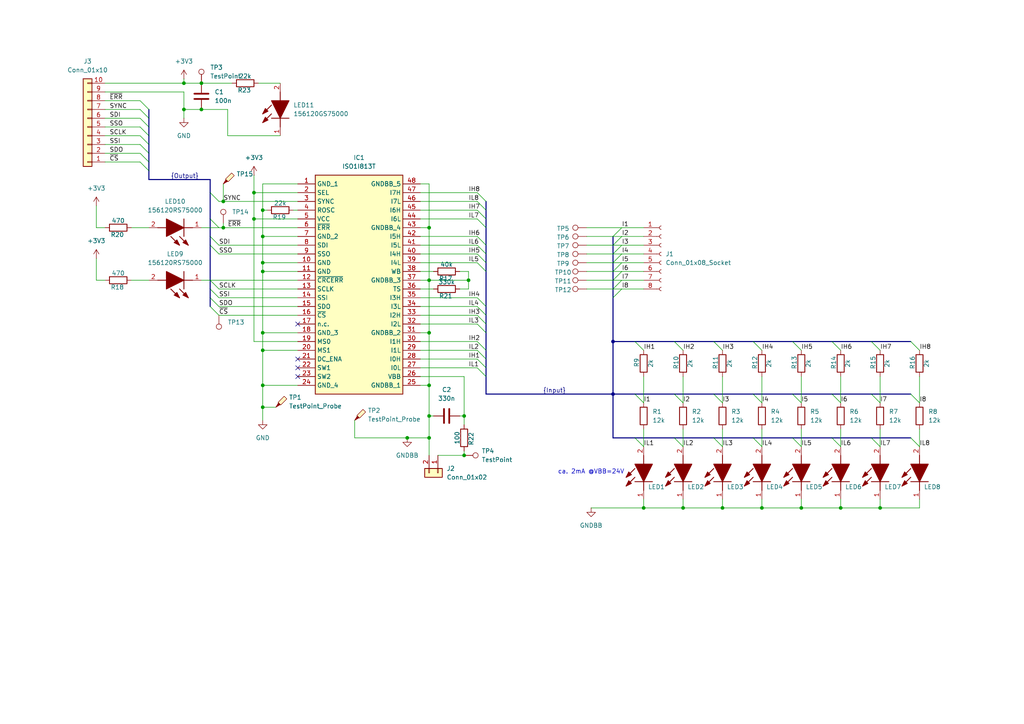
<source format=kicad_sch>
(kicad_sch (version 20250114) (generator "eeschema") (generator_version "9.0")
  (paper "A4")
  (bus_alias "Input" (members "I1" "I2" "I3" "I4" "I5" "I6" "I7" "I8" "IH1" "IH2" "IH3" "IH4" "IH5" "IH6" "IH7" "IH8" "IL1" "IL2" "IL3" "IL4" "IL5" "IL6" "IL7" "IL8"))
  (bus_alias "Output" (members "~{ERR}" "SYNC" "SDI" "SSO" "SCLK" "SSI" "SDO" "~{CS}" "" "" ""))
  (text "ca. 2mA @VBB=24V" (at 171.45 136.906 0) (effects (font (size 1.27 1.27))))
  (junction (at 134.62 120.65))
  (junction (at 243.84 147.32))
  (junction (at 58.42 31.75))
  (junction (at 220.98 147.32))
  (junction (at 64.77 66.04))
  (junction (at 177.8 99.06))
  (junction (at 76.2 76.2))
  (junction (at 177.8 114.3))
  (junction (at 118.11 127))
  (junction (at 134.62 132.08))
  (junction (at 76.2 60.96))
  (junction (at 76.2 118.11))
  (junction (at 53.34 31.75))
  (junction (at 76.2 78.74))
  (junction (at 76.2 68.58))
  (junction (at 76.2 101.6))
  (junction (at 232.41 147.32))
  (junction (at 209.55 147.32))
  (junction (at 53.34 24.13))
  (junction (at 76.2 111.76))
  (junction (at 58.42 24.13))
  (junction (at 124.46 120.65))
  (junction (at 124.46 96.52))
  (junction (at 198.12 147.32))
  (junction (at 124.46 127))
  (junction (at 255.27 147.32))
  (junction (at 64.77 58.42))
  (junction (at 73.66 55.88))
  (junction (at 135.89 81.28))
  (junction (at 124.46 111.76))
  (junction (at 124.46 66.04))
  (junction (at 76.2 96.52))
  (junction (at 186.69 147.32))
  (junction (at 124.46 81.28))
  (junction (at 73.66 63.5))
  (no_connect (at 86.36 109.22))
  (no_connect (at 86.36 106.68))
  (no_connect (at 86.36 104.14))
  (no_connect (at 86.36 93.98))
  (bus_entry (at 241.3 114.3) (size 2.54 2.54))
  (bus_entry (at 60.96 63.5) (size 2.54 2.54))
  (bus_entry (at 195.58 127) (size 2.54 2.54))
  (bus_entry (at 138.43 93.98) (size 2.54 2.54))
  (bus_entry (at 60.96 68.58) (size 2.54 2.54))
  (bus_entry (at 138.43 99.06) (size 2.54 2.54))
  (bus_entry (at 177.8 83.82) (size 2.54 -2.54))
  (bus_entry (at 177.8 86.36) (size 2.54 -2.54))
  (bus_entry (at 138.43 68.58) (size 2.54 2.54))
  (bus_entry (at 195.58 99.06) (size 2.54 2.54))
  (bus_entry (at 218.44 127) (size 2.54 2.54))
  (bus_entry (at 184.15 99.06) (size 2.54 2.54))
  (bus_entry (at 184.15 127) (size 2.54 2.54))
  (bus_entry (at 177.8 78.74) (size 2.54 -2.54))
  (bus_entry (at 241.3 99.06) (size 2.54 2.54))
  (bus_entry (at 252.73 114.3) (size 2.54 2.54))
  (bus_entry (at 229.87 114.3) (size 2.54 2.54))
  (bus_entry (at 40.64 29.21) (size 2.54 2.54))
  (bus_entry (at 138.43 71.12) (size 2.54 2.54))
  (bus_entry (at 138.43 73.66) (size 2.54 2.54))
  (bus_entry (at 195.58 114.3) (size 2.54 2.54))
  (bus_entry (at 252.73 127) (size 2.54 2.54))
  (bus_entry (at 60.96 83.82) (size 2.54 2.54))
  (bus_entry (at 207.01 114.3) (size 2.54 2.54))
  (bus_entry (at 177.8 71.12) (size 2.54 -2.54))
  (bus_entry (at 229.87 99.06) (size 2.54 2.54))
  (bus_entry (at 60.96 81.28) (size 2.54 2.54))
  (bus_entry (at 138.43 106.68) (size 2.54 2.54))
  (bus_entry (at 177.8 81.28) (size 2.54 -2.54))
  (bus_entry (at 184.15 114.3) (size 2.54 2.54))
  (bus_entry (at 138.43 88.9) (size 2.54 2.54))
  (bus_entry (at 229.87 127) (size 2.54 2.54))
  (bus_entry (at 138.43 104.14) (size 2.54 2.54))
  (bus_entry (at 138.43 58.42) (size 2.54 2.54))
  (bus_entry (at 252.73 99.06) (size 2.54 2.54))
  (bus_entry (at 138.43 91.44) (size 2.54 2.54))
  (bus_entry (at 40.64 46.99) (size 2.54 2.54))
  (bus_entry (at 40.64 41.91) (size 2.54 2.54))
  (bus_entry (at 138.43 76.2) (size 2.54 2.54))
  (bus_entry (at 138.43 63.5) (size 2.54 2.54))
  (bus_entry (at 40.64 39.37) (size 2.54 2.54))
  (bus_entry (at 218.44 114.3) (size 2.54 2.54))
  (bus_entry (at 264.16 99.06) (size 2.54 2.54))
  (bus_entry (at 60.96 71.12) (size 2.54 2.54))
  (bus_entry (at 40.64 44.45) (size 2.54 2.54))
  (bus_entry (at 177.8 73.66) (size 2.54 -2.54))
  (bus_entry (at 207.01 127) (size 2.54 2.54))
  (bus_entry (at 264.16 114.3) (size 2.54 2.54))
  (bus_entry (at 218.44 99.06) (size 2.54 2.54))
  (bus_entry (at 177.8 68.58) (size 2.54 -2.54))
  (bus_entry (at 138.43 101.6) (size 2.54 2.54))
  (bus_entry (at 264.16 127) (size 2.54 2.54))
  (bus_entry (at 40.64 36.83) (size 2.54 2.54))
  (bus_entry (at 60.96 88.9) (size 2.54 2.54))
  (bus_entry (at 177.8 76.2) (size 2.54 -2.54))
  (bus_entry (at 40.64 34.29) (size 2.54 2.54))
  (bus_entry (at 138.43 86.36) (size 2.54 2.54))
  (bus_entry (at 60.96 86.36) (size 2.54 2.54))
  (bus_entry (at 241.3 127) (size 2.54 2.54))
  (bus_entry (at 207.01 99.06) (size 2.54 2.54))
  (bus_entry (at 40.64 31.75) (size 2.54 2.54))
  (bus_entry (at 138.43 55.88) (size 2.54 2.54))
  (bus_entry (at 60.96 55.88) (size 2.54 2.54))
  (bus_entry (at 138.43 60.96) (size 2.54 2.54))
  (wire (pts (xy 124.46 66.04) (xy 124.46 81.28)))
  (wire (pts (xy 64.77 66.04) (xy 86.36 66.04)))
  (wire (pts (xy 243.84 147.32) (xy 255.27 147.32)))
  (wire (pts (xy 135.89 83.82) (xy 135.89 81.28)))
  (wire (pts (xy 209.55 109.22) (xy 209.55 116.84)))
  (bus (pts (xy 140.97 106.68) (xy 140.97 109.22)))
  (wire (pts (xy 121.92 66.04) (xy 124.46 66.04)))
  (wire (pts (xy 76.2 76.2) (xy 86.36 76.2)))
  (wire (pts (xy 121.92 86.36) (xy 138.43 86.36)))
  (wire (pts (xy 60.96 81.28) (xy 86.36 81.28)))
  (wire (pts (xy 102.87 127) (xy 118.11 127)))
  (wire (pts (xy 121.92 88.9) (xy 138.43 88.9)))
  (wire (pts (xy 81.28 39.37) (xy 66.04 39.37)))
  (bus (pts (xy 218.44 127) (xy 229.87 127)))
  (bus (pts (xy 60.96 83.82) (xy 60.96 86.36)))
  (wire (pts (xy 58.42 24.13) (xy 67.31 24.13)))
  (wire (pts (xy 27.94 81.28) (xy 30.48 81.28)))
  (wire (pts (xy 266.7 144.78) (xy 266.7 147.32)))
  (bus (pts (xy 140.97 104.14) (xy 140.97 106.68)))
  (wire (pts (xy 180.34 68.58) (xy 186.69 68.58)))
  (wire (pts (xy 30.48 39.37) (xy 40.64 39.37)))
  (wire (pts (xy 121.92 81.28) (xy 124.46 81.28)))
  (bus (pts (xy 252.73 99.06) (xy 264.16 99.06)))
  (wire (pts (xy 76.2 60.96) (xy 76.2 68.58)))
  (wire (pts (xy 63.5 58.42) (xy 64.77 58.42)))
  (wire (pts (xy 74.93 24.13) (xy 81.28 24.13)))
  (wire (pts (xy 177.8 83.82) (xy 180.34 83.82)))
  (bus (pts (xy 140.97 88.9) (xy 140.97 91.44)))
  (bus (pts (xy 229.87 114.3) (xy 241.3 114.3)))
  (bus (pts (xy 241.3 99.06) (xy 252.73 99.06)))
  (bus (pts (xy 207.01 114.3) (xy 218.44 114.3)))
  (wire (pts (xy 170.18 78.74) (xy 177.8 78.74)))
  (wire (pts (xy 186.69 109.22) (xy 186.69 116.84)))
  (wire (pts (xy 121.92 71.12) (xy 138.43 71.12)))
  (wire (pts (xy 73.66 63.5) (xy 73.66 99.06)))
  (wire (pts (xy 121.92 60.96) (xy 138.43 60.96)))
  (bus (pts (xy 140.97 101.6) (xy 140.97 104.14)))
  (bus (pts (xy 60.96 71.12) (xy 60.96 81.28)))
  (wire (pts (xy 76.2 78.74) (xy 76.2 96.52)))
  (bus (pts (xy 184.15 114.3) (xy 195.58 114.3)))
  (wire (pts (xy 76.2 53.34) (xy 76.2 60.96)))
  (bus (pts (xy 140.97 96.52) (xy 140.97 101.6)))
  (wire (pts (xy 58.42 81.28) (xy 60.96 81.28)))
  (bus (pts (xy 60.96 81.28) (xy 60.96 83.82)))
  (wire (pts (xy 73.66 55.88) (xy 73.66 63.5)))
  (wire (pts (xy 121.92 63.5) (xy 138.43 63.5)))
  (wire (pts (xy 63.5 71.12) (xy 86.36 71.12)))
  (bus (pts (xy 60.96 63.5) (xy 60.96 68.58)))
  (wire (pts (xy 124.46 81.28) (xy 124.46 96.52)))
  (bus (pts (xy 177.8 68.58) (xy 177.8 71.12)))
  (wire (pts (xy 133.35 78.74) (xy 135.89 78.74)))
  (wire (pts (xy 76.2 111.76) (xy 86.36 111.76)))
  (wire (pts (xy 121.92 55.88) (xy 138.43 55.88)))
  (wire (pts (xy 53.34 24.13) (xy 53.34 22.86)))
  (wire (pts (xy 220.98 144.78) (xy 220.98 147.32)))
  (bus (pts (xy 60.96 86.36) (xy 60.96 88.9)))
  (bus (pts (xy 140.97 76.2) (xy 140.97 78.74)))
  (wire (pts (xy 124.46 81.28) (xy 135.89 81.28)))
  (wire (pts (xy 76.2 68.58) (xy 86.36 68.58)))
  (wire (pts (xy 76.2 118.11) (xy 80.01 118.11)))
  (wire (pts (xy 198.12 147.32) (xy 209.55 147.32)))
  (bus (pts (xy 177.8 76.2) (xy 177.8 78.74)))
  (wire (pts (xy 133.35 83.82) (xy 135.89 83.82)))
  (wire (pts (xy 170.18 76.2) (xy 177.8 76.2)))
  (wire (pts (xy 124.46 96.52) (xy 124.46 111.76)))
  (wire (pts (xy 170.18 73.66) (xy 177.8 73.66)))
  (wire (pts (xy 76.2 118.11) (xy 76.2 121.92)))
  (bus (pts (xy 43.18 34.29) (xy 43.18 36.83)))
  (bus (pts (xy 43.18 46.99) (xy 43.18 49.53)))
  (bus (pts (xy 140.97 93.98) (xy 140.97 96.52)))
  (wire (pts (xy 121.92 53.34) (xy 124.46 53.34)))
  (wire (pts (xy 63.5 91.44) (xy 86.36 91.44)))
  (wire (pts (xy 64.77 58.42) (xy 86.36 58.42)))
  (bus (pts (xy 177.8 99.06) (xy 177.8 114.3)))
  (wire (pts (xy 266.7 129.54) (xy 266.7 124.46)))
  (wire (pts (xy 64.77 53.34) (xy 64.77 58.42)))
  (wire (pts (xy 121.92 91.44) (xy 138.43 91.44)))
  (wire (pts (xy 76.2 96.52) (xy 86.36 96.52)))
  (wire (pts (xy 30.48 31.75) (xy 40.64 31.75)))
  (wire (pts (xy 27.94 66.04) (xy 30.48 66.04)))
  (wire (pts (xy 180.34 83.82) (xy 186.69 83.82)))
  (wire (pts (xy 121.92 58.42) (xy 138.43 58.42)))
  (wire (pts (xy 76.2 60.96) (xy 77.47 60.96)))
  (wire (pts (xy 134.62 120.65) (xy 134.62 123.19)))
  (wire (pts (xy 30.48 29.21) (xy 40.64 29.21)))
  (wire (pts (xy 171.45 147.32) (xy 186.69 147.32)))
  (wire (pts (xy 209.55 129.54) (xy 209.55 124.46)))
  (wire (pts (xy 124.46 127) (xy 124.46 132.08)))
  (wire (pts (xy 243.84 144.78) (xy 243.84 147.32)))
  (wire (pts (xy 63.5 66.04) (xy 64.77 66.04)))
  (wire (pts (xy 170.18 68.58) (xy 177.8 68.58)))
  (wire (pts (xy 66.04 39.37) (xy 66.04 31.75)))
  (wire (pts (xy 180.34 78.74) (xy 186.69 78.74)))
  (wire (pts (xy 232.41 109.22) (xy 232.41 116.84)))
  (wire (pts (xy 177.8 68.58) (xy 180.34 68.58)))
  (wire (pts (xy 209.55 147.32) (xy 220.98 147.32)))
  (bus (pts (xy 60.96 52.07) (xy 43.18 52.07)))
  (wire (pts (xy 121.92 83.82) (xy 125.73 83.82)))
  (bus (pts (xy 177.8 127) (xy 184.15 127)))
  (wire (pts (xy 243.84 109.22) (xy 243.84 116.84)))
  (bus (pts (xy 177.8 78.74) (xy 177.8 81.28)))
  (wire (pts (xy 53.34 31.75) (xy 53.34 26.67)))
  (wire (pts (xy 86.36 99.06) (xy 73.66 99.06)))
  (bus (pts (xy 140.97 78.74) (xy 140.97 88.9)))
  (wire (pts (xy 255.27 129.54) (xy 255.27 124.46)))
  (wire (pts (xy 180.34 73.66) (xy 186.69 73.66)))
  (bus (pts (xy 43.18 36.83) (xy 43.18 39.37)))
  (wire (pts (xy 121.92 104.14) (xy 138.43 104.14)))
  (wire (pts (xy 220.98 129.54) (xy 220.98 124.46)))
  (bus (pts (xy 177.8 114.3) (xy 140.97 114.3)))
  (wire (pts (xy 53.34 34.29) (xy 53.34 31.75)))
  (wire (pts (xy 66.04 31.75) (xy 58.42 31.75)))
  (bus (pts (xy 229.87 99.06) (xy 241.3 99.06)))
  (wire (pts (xy 134.62 109.22) (xy 134.62 120.65)))
  (wire (pts (xy 124.46 127) (xy 124.46 120.65)))
  (wire (pts (xy 232.41 129.54) (xy 232.41 124.46)))
  (wire (pts (xy 124.46 120.65) (xy 125.73 120.65)))
  (wire (pts (xy 198.12 129.54) (xy 198.12 124.46)))
  (wire (pts (xy 177.8 71.12) (xy 180.34 71.12)))
  (wire (pts (xy 30.48 36.83) (xy 40.64 36.83)))
  (wire (pts (xy 220.98 147.32) (xy 232.41 147.32)))
  (bus (pts (xy 195.58 99.06) (xy 207.01 99.06)))
  (wire (pts (xy 76.2 101.6) (xy 86.36 101.6)))
  (wire (pts (xy 63.5 86.36) (xy 86.36 86.36)))
  (bus (pts (xy 140.97 91.44) (xy 140.97 93.98)))
  (wire (pts (xy 177.8 76.2) (xy 180.34 76.2)))
  (bus (pts (xy 229.87 127) (xy 241.3 127)))
  (wire (pts (xy 135.89 81.28) (xy 135.89 78.74)))
  (wire (pts (xy 86.36 63.5) (xy 73.66 63.5)))
  (wire (pts (xy 76.2 78.74) (xy 86.36 78.74)))
  (wire (pts (xy 124.46 111.76) (xy 124.46 120.65)))
  (bus (pts (xy 252.73 114.3) (xy 264.16 114.3)))
  (wire (pts (xy 243.84 129.54) (xy 243.84 124.46)))
  (wire (pts (xy 121.92 78.74) (xy 125.73 78.74)))
  (wire (pts (xy 209.55 144.78) (xy 209.55 147.32)))
  (wire (pts (xy 121.92 109.22) (xy 134.62 109.22)))
  (wire (pts (xy 121.92 99.06) (xy 138.43 99.06)))
  (wire (pts (xy 255.27 144.78) (xy 255.27 147.32)))
  (wire (pts (xy 38.1 81.28) (xy 43.18 81.28)))
  (wire (pts (xy 30.48 44.45) (xy 40.64 44.45)))
  (bus (pts (xy 218.44 99.06) (xy 229.87 99.06)))
  (wire (pts (xy 133.35 120.65) (xy 134.62 120.65)))
  (wire (pts (xy 118.11 127) (xy 124.46 127)))
  (wire (pts (xy 134.62 130.81) (xy 134.62 132.08)))
  (wire (pts (xy 76.2 76.2) (xy 76.2 78.74)))
  (wire (pts (xy 220.98 109.22) (xy 220.98 116.84)))
  (wire (pts (xy 30.48 24.13) (xy 53.34 24.13)))
  (bus (pts (xy 177.8 83.82) (xy 177.8 86.36)))
  (wire (pts (xy 134.62 132.08) (xy 127 132.08)))
  (wire (pts (xy 266.7 109.22) (xy 266.7 116.84)))
  (wire (pts (xy 121.92 93.98) (xy 138.43 93.98)))
  (wire (pts (xy 198.12 109.22) (xy 198.12 116.84)))
  (wire (pts (xy 124.46 53.34) (xy 124.46 66.04)))
  (bus (pts (xy 43.18 41.91) (xy 43.18 44.45)))
  (wire (pts (xy 180.34 66.04) (xy 186.69 66.04)))
  (bus (pts (xy 207.01 127) (xy 218.44 127)))
  (wire (pts (xy 124.46 96.52) (xy 121.92 96.52)))
  (wire (pts (xy 38.1 66.04) (xy 43.18 66.04)))
  (wire (pts (xy 170.18 81.28) (xy 177.8 81.28)))
  (bus (pts (xy 195.58 114.3) (xy 207.01 114.3)))
  (bus (pts (xy 43.18 44.45) (xy 43.18 46.99)))
  (bus (pts (xy 140.97 71.12) (xy 140.97 73.66)))
  (wire (pts (xy 177.8 81.28) (xy 180.34 81.28)))
  (bus (pts (xy 177.8 86.36) (xy 177.8 99.06)))
  (wire (pts (xy 232.41 147.32) (xy 243.84 147.32)))
  (wire (pts (xy 27.94 74.93) (xy 27.94 81.28)))
  (wire (pts (xy 170.18 71.12) (xy 177.8 71.12)))
  (wire (pts (xy 58.42 24.13) (xy 53.34 24.13)))
  (wire (pts (xy 30.48 46.99) (xy 40.64 46.99)))
  (bus (pts (xy 140.97 73.66) (xy 140.97 76.2)))
  (wire (pts (xy 30.48 26.67) (xy 53.34 26.67)))
  (bus (pts (xy 43.18 49.53) (xy 43.18 52.07)))
  (bus (pts (xy 140.97 66.04) (xy 140.97 71.12)))
  (wire (pts (xy 76.2 101.6) (xy 76.2 111.76)))
  (wire (pts (xy 30.48 41.91) (xy 40.64 41.91)))
  (bus (pts (xy 177.8 114.3) (xy 177.8 127)))
  (wire (pts (xy 121.92 68.58) (xy 138.43 68.58)))
  (wire (pts (xy 64.77 64.77) (xy 64.77 66.04)))
  (wire (pts (xy 53.34 31.75) (xy 58.42 31.75)))
  (wire (pts (xy 73.66 55.88) (xy 86.36 55.88)))
  (bus (pts (xy 140.97 114.3) (xy 140.97 109.22)))
  (bus (pts (xy 177.8 71.12) (xy 177.8 73.66)))
  (wire (pts (xy 121.92 101.6) (xy 138.43 101.6)))
  (bus (pts (xy 177.8 73.66) (xy 177.8 76.2)))
  (wire (pts (xy 255.27 109.22) (xy 255.27 116.84)))
  (bus (pts (xy 207.01 99.06) (xy 218.44 99.06)))
  (bus (pts (xy 60.96 52.07) (xy 60.96 55.88)))
  (wire (pts (xy 121.92 73.66) (xy 138.43 73.66)))
  (wire (pts (xy 121.92 111.76) (xy 124.46 111.76)))
  (wire (pts (xy 177.8 78.74) (xy 180.34 78.74)))
  (wire (pts (xy 186.69 147.32) (xy 198.12 147.32)))
  (bus (pts (xy 140.97 63.5) (xy 140.97 66.04)))
  (wire (pts (xy 186.69 129.54) (xy 186.69 124.46)))
  (wire (pts (xy 198.12 144.78) (xy 198.12 147.32)))
  (wire (pts (xy 121.92 76.2) (xy 138.43 76.2)))
  (wire (pts (xy 30.48 34.29) (xy 40.64 34.29)))
  (wire (pts (xy 63.5 73.66) (xy 86.36 73.66)))
  (wire (pts (xy 27.94 59.69) (xy 27.94 66.04)))
  (wire (pts (xy 177.8 73.66) (xy 180.34 73.66)))
  (bus (pts (xy 140.97 58.42) (xy 140.97 60.96)))
  (bus (pts (xy 195.58 127) (xy 207.01 127)))
  (bus (pts (xy 184.15 127) (xy 195.58 127)))
  (wire (pts (xy 63.5 83.82) (xy 86.36 83.82)))
  (bus (pts (xy 184.15 99.06) (xy 195.58 99.06)))
  (wire (pts (xy 170.18 83.82) (xy 177.8 83.82)))
  (wire (pts (xy 76.2 68.58) (xy 76.2 76.2)))
  (wire (pts (xy 76.2 111.76) (xy 76.2 118.11)))
  (wire (pts (xy 86.36 53.34) (xy 76.2 53.34)))
  (wire (pts (xy 180.34 81.28) (xy 186.69 81.28)))
  (wire (pts (xy 186.69 144.78) (xy 186.69 147.32)))
  (wire (pts (xy 85.09 60.96) (xy 86.36 60.96)))
  (bus (pts (xy 252.73 127) (xy 264.16 127)))
  (wire (pts (xy 180.34 71.12) (xy 186.69 71.12)))
  (bus (pts (xy 177.8 81.28) (xy 177.8 83.82)))
  (bus (pts (xy 184.15 114.3) (xy 177.8 114.3)))
  (bus (pts (xy 43.18 39.37) (xy 43.18 41.91)))
  (wire (pts (xy 73.66 50.8) (xy 73.66 55.88)))
  (bus (pts (xy 241.3 127) (xy 252.73 127)))
  (wire (pts (xy 58.42 66.04) (xy 63.5 66.04)))
  (bus (pts (xy 43.18 31.75) (xy 43.18 34.29)))
  (bus (pts (xy 241.3 114.3) (xy 252.73 114.3)))
  (bus (pts (xy 184.15 99.06) (xy 177.8 99.06)))
  (wire (pts (xy 232.41 144.78) (xy 232.41 147.32)))
  (wire (pts (xy 255.27 147.32) (xy 266.7 147.32)))
  (wire (pts (xy 121.92 106.68) (xy 138.43 106.68)))
  (bus (pts (xy 60.96 55.88) (xy 60.96 63.5)))
  (bus (pts (xy 140.97 60.96) (xy 140.97 63.5)))
  (wire (pts (xy 76.2 96.52) (xy 76.2 101.6)))
  (wire (pts (xy 180.34 76.2) (xy 186.69 76.2)))
  (bus (pts (xy 60.96 68.58) (xy 60.96 71.12)))
  (bus (pts (xy 218.44 114.3) (xy 229.87 114.3)))
  (wire (pts (xy 63.5 88.9) (xy 86.36 88.9)))
  (wire (pts (xy 102.87 121.92) (xy 102.87 127)))
  (wire (pts (xy 170.18 66.04) (xy 180.34 66.04)))
  (label "IL2" (at 135.89 101.6 0))
  (label "IL8" (at 266.7 129.54 0))
  (label "I3" (at 180.34 71.12 0))
  (label "~{ERR}" (at 31.75 29.21 0))
  (label "IL7" (at 255.27 129.54 0))
  (label "IH8" (at 135.89 55.88 0))
  (label "{Output}" (at 49.53 52.07 0))
  (label "I8" (at 266.7 116.84 0))
  (label "IH7" (at 135.89 60.96 0))
  (label "I5" (at 232.41 116.84 0))
  (label "IL3" (at 209.55 129.54 0))
  (label "~{ERR}" (at 66.04 66.04 0))
  (label "IL5" (at 232.41 129.54 0))
  (label "IH1" (at 135.89 104.14 0))
  (label "{Input}" (at 157.48 114.3 0))
  (label "IH5" (at 135.89 73.66 0))
  (label "I7" (at 180.34 81.28 0))
  (label "SYNC" (at 64.77 58.42 0))
  (label "IH7" (at 255.27 101.6 0))
  (label "SDO" (at 63.5 88.9 0))
  (label "IH1" (at 186.69 101.6 0))
  (label "SYNC" (at 31.75 31.75 0))
  (label "I7" (at 255.27 116.84 0))
  (label "SSO" (at 63.5 73.66 0))
  (label "I8" (at 180.34 83.82 0))
  (label "I3" (at 209.55 116.84 0))
  (label "I2" (at 198.12 116.84 0))
  (label "IL8" (at 135.89 58.42 0))
  (label "IH6" (at 135.89 68.58 0))
  (label "IL2" (at 198.12 129.54 0))
  (label "IL4" (at 220.98 129.54 0))
  (label "IH2" (at 135.89 99.06 0))
  (label "I4" (at 220.98 116.84 0))
  (label "SSO" (at 31.75 36.83 0))
  (label "IL1" (at 135.89 106.68 0))
  (label "IH5" (at 232.41 101.6 0))
  (label "I5" (at 180.34 76.2 0))
  (label "IH8" (at 266.7 101.6 0))
  (label "IL6" (at 135.89 71.12 0))
  (label "I6" (at 243.84 116.84 0))
  (label "~{CS}" (at 31.75 46.99 0))
  (label "SCLK" (at 63.5 83.82 0))
  (label "IL5" (at 135.89 76.2 0))
  (label "I1" (at 186.69 116.84 0))
  (label "I2" (at 180.34 68.58 0))
  (label "IH3" (at 135.89 91.44 0))
  (label "IL3" (at 135.89 93.98 0))
  (label "IH6" (at 243.84 101.6 0))
  (label "IL4" (at 135.89 88.9 0))
  (label "IH4" (at 220.98 101.6 0))
  (label "IL7" (at 135.89 63.5 0))
  (label "SDI" (at 63.5 71.12 0))
  (label "SDI" (at 31.75 34.29 0))
  (label "I4" (at 180.34 73.66 0))
  (label "SSI" (at 31.75 41.91 0))
  (label "IH4" (at 135.89 86.36 0))
  (label "SSI" (at 63.5 86.36 0))
  (label "SDO" (at 31.75 44.45 0))
  (label "SCLK" (at 31.75 39.37 0))
  (label "IL1" (at 186.69 129.54 0))
  (label "~{CS}" (at 63.5 91.44 0))
  (label "IL6" (at 243.84 129.54 0))
  (label "I1" (at 180.34 66.04 0))
  (label "I6" (at 180.34 78.74 0))
  (label "IH2" (at 198.12 101.6 0))
  (label "IH3" (at 209.55 101.6 0))
  (symbol (lib_id "power:+3V3") (at 53.34 22.86 0) (unit 1)
    (property "Reference" "#PWR09" (effects (hide yes)))
    (property "Value" "+3V3" (at 53.34 17.78 0))
    (property "Description" "Power symbol creates a global label with name \"+3V3\"" (effects (hide yes)))
  )
  (symbol (lib_id "Device:R") (at 243.84 105.41 180) (unit 1)
    (property "Reference" "R14" (at 241.808 105.156 90))
    (property "Value" "2k" (at 245.872 105.41 90))
    (property "Footprint" "Resistor_SMD:R_1206_3216Metric" (effects (hide yes)))
    (property "Description" "Resistor" (effects (hide yes)))
    (property "Manufacturer_Name" "YAGEO " (effects (hide yes)))
    (property "Manufacturer_Part_Number" "RT1206FRE072KL " (effects (hide yes)))
    (property "Mouser Part Number" "603-RT1206FRE072KL" (effects (hide yes)))
  )
  (symbol (lib_id "Device:R") (at 232.41 120.65 0) (unit 1)
    (property "Reference" "R5" (at 234.95 119.3799 0) (effects (justify left)))
    (property "Value" "12k" (at 234.95 121.9199 0) (effects (justify left)))
    (property "Footprint" "Resistor_SMD:R_1206_3216Metric" (effects (hide yes)))
    (property "Description" "Resistor" (effects (hide yes)))
    (property "Manufacturer_Name" "YAGEO " (effects (hide yes)))
    (property "Manufacturer_Part_Number" "RC1206FR-0712KL " (effects (hide yes)))
    (property "Mouser Part Number" "603-RC1206FR-0712KL " (effects (hide yes)))
  )
  (symbol (lib_id "Device:R") (at 71.12 24.13 270) (unit 1)
    (property "Reference" "R23" (at 70.866 26.162 90))
    (property "Value" "22k" (at 71.12 22.098 90))
    (property "Footprint" "Resistor_SMD:R_1206_3216Metric" (effects (hide yes)))
    (property "Description" "Resistor" (effects (hide yes)))
    (property "Manufacturer_Name" "YAGEO " (effects (hide yes)))
    (property "Manufacturer_Part_Number" "RT1206FRD0722KL " (effects (hide yes)))
    (property "Mouser Part Number" "603-RT1206FRD0722KL " (effects (hide yes)))
  )
  (symbol (lib_id "Connector:TestPoint") (at 134.62 132.08 270) (unit 1)
    (property "Reference" "TP4" (at 139.7 130.8099 90) (effects (justify left)))
    (property "Value" "TestPoint" (at 139.7 133.3499 90) (effects (justify left)))
    (property "Footprint" "TestPoint:TestPoint_Pad_D2.0mm" (effects (hide yes)))
    (property "Description" "test point" (effects (hide yes)))
  )
  (symbol (lib_id "Device:R") (at 81.28 60.96 270) (unit 1)
    (property "Reference" "R19" (at 81.026 62.992 90))
    (property "Value" "22k" (at 81.28 58.928 90))
    (property "Footprint" "Resistor_SMD:R_1206_3216Metric" (effects (hide yes)))
    (property "Description" "Resistor" (effects (hide yes)))
    (property "Manufacturer_Name" "YAGEO " (effects (hide yes)))
    (property "Manufacturer_Part_Number" "RT1206FRD0722KL " (effects (hide yes)))
    (property "Mouser Part Number" "603-RT1206FRD0722KL " (effects (hide yes)))
  )
  (symbol (lib_id "power:GND") (at 171.45 147.32 0) (unit 1)
    (property "Reference" "#PWR02" (effects (hide yes)))
    (property "Value" "GNDBB" (at 171.45 152.4 0))
    (property "Description" "Power symbol creates a global label with name \"GND\" , ground" (effects (hide yes)))
  )
  (symbol (lib_id "SamacSys_Parts:156120RS75000") (at 58.42 66.04 180) (unit 1)
    (property "Reference" "LED10" (at 50.8 58.42 0))
    (property "Value" "156120RS75000" (at 50.8 60.96 0))
    (property "Footprint" "SamacSys_Parts:LEDM3216X130N" (effects (hide yes)))
    (property "Datasheet" "https://katalog.we-online.com/led/datasheet/156120RS75000.pdf" (effects (hide yes)))
    (property "Description" "Wurth Elektronik 156120RS75000, WL-SMRW Series Red LED, 624 nm, 3216 (1206) Clear, Rectangle Lens SMD Package" (effects (hide yes)))
    (property "Height" "1.3" (effects (hide yes)))
    (property "Mouser Part Number" "710-156120RS75000" (effects (hide yes)))
    (property "Mouser Price/Stock" "https://www.mouser.co.uk/ProductDetail/Wurth-Elektronik/156120RS75000?qs=2kOmHSv6VfTlw4DhG%252BTIQw%3D%3D" (effects (hide yes)))
    (property "Manufacturer_Name" "Wurth Elektronik" (effects (hide yes)))
    (property "Manufacturer_Part_Number" "156120RS75000" (effects (hide yes)))
  )
  (symbol (lib_id "SamacSys_Parts:156120YS75000") (at 220.98 144.78 90) (unit 1)
    (property "Reference" "LED4" (at 222.25 141.224 90) (effects (justify right)))
    (property "Value" "156120YS75000" (effects (hide yes)))
    (property "Footprint" "SamacSys_Parts:LEDM3216X130N" (effects (hide yes)))
    (property "Datasheet" "https://componentsearchengine.com/Datasheets/2/156120YS75000.pdf" (effects (hide yes)))
    (property "Description" "Wurth Elektronik 156120YS75000, WL-SMRW Series Yellow LED, 589 nm, 3216 (1206) Clear, Rectangle Lens SMD Package" (effects (hide yes)))
    (property "Height" "1.4" (effects (hide yes)))
    (property "Mouser Part Number" "710-156120YS75000" (effects (hide yes)))
    (property "Mouser Price/Stock" "https://www.mouser.co.uk/ProductDetail/Wurth-Elektronik/156120YS75000?qs=2kOmHSv6VfS%252BWNNIEUg%252B6Q%3D%3D" (effects (hide yes)))
    (property "Manufacturer_Name" "Wurth Elektronik" (effects (hide yes)))
    (property "Manufacturer_Part_Number" "156120YS75000" (effects (hide yes)))
  )
  (symbol (lib_id "Device:R") (at 243.84 120.65 0) (unit 1)
    (property "Reference" "R6" (at 246.38 119.3799 0) (effects (justify left)))
    (property "Value" "12k" (at 246.38 121.9199 0) (effects (justify left)))
    (property "Footprint" "Resistor_SMD:R_1206_3216Metric" (effects (hide yes)))
    (property "Description" "Resistor" (effects (hide yes)))
    (property "Manufacturer_Name" "YAGEO " (effects (hide yes)))
    (property "Manufacturer_Part_Number" "RC1206FR-0712KL " (effects (hide yes)))
    (property "Mouser Part Number" "603-RC1206FR-0712KL " (effects (hide yes)))
  )
  (symbol (lib_id "Connector:TestPoint_Probe") (at 102.87 121.92 0) (unit 1)
    (property "Reference" "TP2" (at 106.68 119.0624 0) (effects (justify left)))
    (property "Value" "TestPoint_Probe" (at 106.68 121.6024 0) (effects (justify left)))
    (property "Footprint" "TestPoint:TestPoint_Keystone_5000-5004_Miniature" (effects (hide yes)))
    (property "Description" "test point (alternative probe-style design)" (effects (hide yes)))
    (property "Manufacturer_Name" "Keystone Electronics " (effects (hide yes)))
    (property "Manufacturer_Part_Number" "5001 " (effects (hide yes)))
    (property "Mouser Part Number" "534-5001 " (effects (hide yes)))
  )
  (symbol (lib_id "Device:R") (at 134.62 127 0) (unit 1)
    (property "Reference" "R22" (at 136.652 127.254 90))
    (property "Value" "100" (at 132.588 127 90))
    (property "Footprint" "Resistor_SMD:R_1206_3216Metric" (effects (hide yes)))
    (property "Description" "Resistor" (effects (hide yes)))
    (property "Manufacturer_Name" "YAGEO " (effects (hide yes)))
    (property "Manufacturer_Part_Number" "AC1206FR-07100RL " (effects (hide yes)))
    (property "Mouser Part Number" "603-AC1206FR-07100RL " (effects (hide yes)))
  )
  (symbol (lib_id "power:GND") (at 53.34 34.29 0) (unit 1)
    (property "Reference" "#PWR010" (effects (hide yes)))
    (property "Value" "GND" (at 53.34 39.37 0))
    (property "Description" "Power symbol creates a global label with name \"GND\" , ground" (effects (hide yes)))
  )
  (symbol (lib_id "Device:R") (at 266.7 120.65 0) (unit 1)
    (property "Reference" "R8" (at 269.24 119.3799 0) (effects (justify left)))
    (property "Value" "12k" (at 269.24 121.9199 0) (effects (justify left)))
    (property "Footprint" "Resistor_SMD:R_1206_3216Metric" (effects (hide yes)))
    (property "Description" "Resistor" (effects (hide yes)))
    (property "Manufacturer_Name" "YAGEO " (effects (hide yes)))
    (property "Manufacturer_Part_Number" "RC1206FR-0712KL " (effects (hide yes)))
    (property "Mouser Part Number" "603-RC1206FR-0712KL " (effects (hide yes)))
  )
  (symbol (lib_id "Connector:TestPoint") (at 170.18 78.74 90) (unit 1)
    (property "Reference" "TP10" (at 163.322 78.994 90))
    (property "Value" "TestPoint" (effects (hide yes)))
    (property "Footprint" "TestPoint:TestPoint_Pad_D2.0mm" (effects (hide yes)))
    (property "Description" "test point" (effects (hide yes)))
  )
  (symbol (lib_id "Connector:TestPoint") (at 170.18 73.66 90) (unit 1)
    (property "Reference" "TP8" (at 163.322 73.914 90))
    (property "Value" "TestPoint" (effects (hide yes)))
    (property "Footprint" "TestPoint:TestPoint_Pad_D2.0mm" (effects (hide yes)))
    (property "Description" "test point" (effects (hide yes)))
  )
  (symbol (lib_id "Connector:TestPoint") (at 170.18 83.82 90) (unit 1)
    (property "Reference" "TP12" (at 163.322 84.074 90))
    (property "Value" "TestPoint" (effects (hide yes)))
    (property "Footprint" "TestPoint:TestPoint_Pad_D2.0mm" (effects (hide yes)))
    (property "Description" "test point" (effects (hide yes)))
  )
  (symbol (lib_id "SamacSys_Parts:156120YS75000") (at 209.55 144.78 90) (unit 1)
    (property "Reference" "LED3" (at 210.82 141.224 90) (effects (justify right)))
    (property "Value" "156120YS75000" (effects (hide yes)))
    (property "Footprint" "SamacSys_Parts:LEDM3216X130N" (effects (hide yes)))
    (property "Datasheet" "https://componentsearchengine.com/Datasheets/2/156120YS75000.pdf" (effects (hide yes)))
    (property "Description" "Wurth Elektronik 156120YS75000, WL-SMRW Series Yellow LED, 589 nm, 3216 (1206) Clear, Rectangle Lens SMD Package" (effects (hide yes)))
    (property "Height" "1.4" (effects (hide yes)))
    (property "Mouser Part Number" "710-156120YS75000" (effects (hide yes)))
    (property "Mouser Price/Stock" "https://www.mouser.co.uk/ProductDetail/Wurth-Elektronik/156120YS75000?qs=2kOmHSv6VfS%252BWNNIEUg%252B6Q%3D%3D" (effects (hide yes)))
    (property "Manufacturer_Name" "Wurth Elektronik" (effects (hide yes)))
    (property "Manufacturer_Part_Number" "156120YS75000" (effects (hide yes)))
  )
  (symbol (lib_id "Device:R") (at 186.69 120.65 0) (unit 1)
    (property "Reference" "R1" (at 189.23 119.3799 0) (effects (justify left)))
    (property "Value" "12k" (at 189.23 121.9199 0) (effects (justify left)))
    (property "Footprint" "Resistor_SMD:R_1206_3216Metric" (effects (hide yes)))
    (property "Description" "Resistor" (effects (hide yes)))
    (property "Manufacturer_Name" "YAGEO " (effects (hide yes)))
    (property "Manufacturer_Part_Number" "RC1206FR-0712KL " (effects (hide yes)))
    (property "Mouser Part Number" "603-RC1206FR-0712KL " (effects (hide yes)))
  )
  (symbol (lib_id "Device:R") (at 186.69 105.41 180) (unit 1)
    (property "Reference" "R9" (at 184.658 105.156 90))
    (property "Value" "2k" (at 188.722 105.41 90))
    (property "Footprint" "Resistor_SMD:R_1206_3216Metric" (effects (hide yes)))
    (property "Description" "Resistor" (effects (hide yes)))
    (property "Manufacturer_Name" "YAGEO " (effects (hide yes)))
    (property "Manufacturer_Part_Number" "RT1206FRE072KL " (effects (hide yes)))
    (property "Mouser Part Number" "603-RT1206FRE072KL" (effects (hide yes)))
  )
  (symbol (lib_id "Device:R") (at 255.27 105.41 180) (unit 1)
    (property "Reference" "R15" (at 253.238 105.156 90))
    (property "Value" "2k" (at 257.302 105.41 90))
    (property "Footprint" "Resistor_SMD:R_1206_3216Metric" (effects (hide yes)))
    (property "Description" "Resistor" (effects (hide yes)))
    (property "Manufacturer_Name" "YAGEO " (effects (hide yes)))
    (property "Manufacturer_Part_Number" "RT1206FRE072KL " (effects (hide yes)))
    (property "Mouser Part Number" "603-RT1206FRE072KL" (effects (hide yes)))
  )
  (symbol (lib_id "Connector:TestPoint_Probe") (at 80.01 118.11 0) (unit 1)
    (property "Reference" "TP1" (at 83.82 115.2524 0) (effects (justify left)))
    (property "Value" "TestPoint_Probe" (at 83.82 117.7924 0) (effects (justify left)))
    (property "Footprint" "TestPoint:TestPoint_Keystone_5000-5004_Miniature" (effects (hide yes)))
    (property "Description" "test point (alternative probe-style design)" (effects (hide yes)))
    (property "Manufacturer_Name" "Keystone Electronics " (effects (hide yes)))
    (property "Manufacturer_Part_Number" "5001 " (effects (hide yes)))
    (property "Mouser Part Number" "534-5001 " (effects (hide yes)))
  )
  (symbol (lib_id "power:+3V3") (at 27.94 74.93 0) (unit 1)
    (property "Reference" "#PWR05" (effects (hide yes)))
    (property "Value" "+3V3" (at 27.94 69.85 0))
    (property "Description" "Power symbol creates a global label with name \"+3V3\"" (effects (hide yes)))
  )
  (symbol (lib_id "power:+3V3") (at 73.66 50.8 0) (unit 1)
    (property "Reference" "#PWR04" (effects (hide yes)))
    (property "Value" "+3V3" (at 73.66 45.72 0))
    (property "Description" "Power symbol creates a global label with name \"+3V3\"" (effects (hide yes)))
  )
  (symbol (lib_id "Device:R") (at 266.7 105.41 180) (unit 1)
    (property "Reference" "R16" (at 264.668 105.156 90))
    (property "Value" "2k" (at 268.732 105.41 90))
    (property "Footprint" "Resistor_SMD:R_1206_3216Metric" (effects (hide yes)))
    (property "Description" "Resistor" (effects (hide yes)))
    (property "Manufacturer_Name" "YAGEO " (effects (hide yes)))
    (property "Manufacturer_Part_Number" "RT1206FRE072KL " (effects (hide yes)))
    (property "Mouser Part Number" "603-RT1206FRE072KL" (effects (hide yes)))
  )
  (symbol (lib_id "Connector:TestPoint") (at 170.18 71.12 90) (unit 1)
    (property "Reference" "TP7" (at 163.322 71.374 90))
    (property "Value" "TestPoint" (effects (hide yes)))
    (property "Footprint" "TestPoint:TestPoint_Pad_D2.0mm" (effects (hide yes)))
    (property "Description" "test point" (effects (hide yes)))
  )
  (symbol (lib_id "Connector:TestPoint") (at 63.5 91.44 180) (unit 1)
    (property "Reference" "TP13" (at 66.04 93.4719 0) (effects (justify right)))
    (property "Value" "TestPoint" (effects (hide yes)))
    (property "Footprint" "TestPoint:TestPoint_Pad_D2.0mm" (effects (hide yes)))
    (property "Description" "test point" (effects (hide yes)))
  )
  (symbol (lib_id "Device:R") (at 198.12 120.65 0) (unit 1)
    (property "Reference" "R2" (at 200.66 119.3799 0) (effects (justify left)))
    (property "Value" "12k" (at 200.66 121.9199 0) (effects (justify left)))
    (property "Footprint" "Resistor_SMD:R_1206_3216Metric" (effects (hide yes)))
    (property "Description" "Resistor" (effects (hide yes)))
    (property "Manufacturer_Name" "YAGEO " (effects (hide yes)))
    (property "Manufacturer_Part_Number" "RC1206FR-0712KL " (effects (hide yes)))
    (property "Mouser Part Number" "603-RC1206FR-0712KL " (effects (hide yes)))
  )
  (symbol (lib_id "power:GND") (at 76.2 121.92 0) (unit 1)
    (property "Reference" "#PWR07" (effects (hide yes)))
    (property "Value" "GND" (at 76.2 127 0))
    (property "Description" "Power symbol creates a global label with name \"GND\" , ground" (effects (hide yes)))
  )
  (symbol (lib_id "Device:R") (at 255.27 120.65 0) (unit 1)
    (property "Reference" "R7" (at 257.81 119.3799 0) (effects (justify left)))
    (property "Value" "12k" (at 257.81 121.9199 0) (effects (justify left)))
    (property "Footprint" "Resistor_SMD:R_1206_3216Metric" (effects (hide yes)))
    (property "Description" "Resistor" (effects (hide yes)))
    (property "Manufacturer_Name" "YAGEO " (effects (hide yes)))
    (property "Manufacturer_Part_Number" "RC1206FR-0712KL " (effects (hide yes)))
    (property "Mouser Part Number" "603-RC1206FR-0712KL " (effects (hide yes)))
  )
  (symbol (lib_id "Device:C") (at 58.42 27.94 0) (unit 1)
    (property "Reference" "C1" (at 62.23 26.6699 0) (effects (justify left)))
    (property "Value" "100n" (at 62.23 29.2099 0) (effects (justify left)))
    (property "Footprint" "Capacitor_SMD:C_1206_3216Metric" (effects (hide yes)))
    (property "Description" "Unpolarized capacitor" (effects (hide yes)))
    (property "Manufacturer_Name" "Murata Electronics " (effects (hide yes)))
    (property "Manufacturer_Part_Number" "GRM3195C2A104JA01D " (effects (hide yes)))
    (property "Mouser Part Number" "81-GRM3195C2A104JA1D " (effects (hide yes)))
  )
  (symbol (lib_id "Device:R") (at 209.55 120.65 0) (unit 1)
    (property "Reference" "R3" (at 212.09 119.3799 0) (effects (justify left)))
    (property "Value" "12k" (at 212.09 121.9199 0) (effects (justify left)))
    (property "Footprint" "Resistor_SMD:R_1206_3216Metric" (effects (hide yes)))
    (property "Description" "Resistor" (effects (hide yes)))
    (property "Manufacturer_Name" "YAGEO " (effects (hide yes)))
    (property "Manufacturer_Part_Number" "RC1206FR-0712KL " (effects (hide yes)))
    (property "Mouser Part Number" "603-RC1206FR-0712KL " (effects (hide yes)))
  )
  (symbol (lib_id "SamacSys_Parts:ISO1I813T") (at 86.36 53.34 0) (unit 1)
    (property "Reference" "IC1" (at 104.14 45.72 0))
    (property "Value" "ISO1I813T" (at 104.14 48.26 0))
    (property "Footprint" "SamacSys_Parts:SOP50P810X110-48N" (effects (hide yes)))
    (property "Description" "Infineon ISO1I813T Intelligent Power Switch, Controller, -0.3  6.5V, 48-Pin, TSSOP" (effects (hide yes)))
    (property "Height" "1.1" (effects (hide yes)))
    (property "Mouser Part Number" "726-ISO1I813T" (effects (hide yes)))
    (property "Mouser Price/Stock" "https://www.mouser.co.uk/ProductDetail/Infineon-Technologies/ISO1I813T?qs=0JU57JYmZjuCs0IIkjCJyg%3D%3D" (effects (hide yes)))
    (property "Manufacturer_Name" "Infineon" (effects (hide yes)))
    (property "Manufacturer_Part_Number" "ISO1I813T" (effects (hide yes)))
  )
  (symbol (lib_id "Device:C") (at 129.54 120.65 90) (unit 1)
    (property "Reference" "C2" (at 129.54 113.03 90))
    (property "Value" "330n" (at 129.54 115.57 90))
    (property "Footprint" "Capacitor_SMD:C_1206_3216Metric" (effects (hide yes)))
    (property "Description" "Unpolarized capacitor" (effects (hide yes)))
    (property "Manufacturer_Name" "KEMET " (effects (hide yes)))
    (property "Manufacturer_Part_Number" "C1206X334J1RECAUTO " (effects (hide yes)))
    (property "Mouser Part Number" "80-C1206X334J1RECAUT " (effects (hide yes)))
  )
  (symbol (lib_id "Device:R") (at 220.98 105.41 180) (unit 1)
    (property "Reference" "R12" (at 218.948 105.156 90))
    (property "Value" "2k" (at 223.012 105.41 90))
    (property "Footprint" "Resistor_SMD:R_1206_3216Metric" (effects (hide yes)))
    (property "Description" "Resistor" (effects (hide yes)))
    (property "Manufacturer_Name" "YAGEO " (effects (hide yes)))
    (property "Manufacturer_Part_Number" "RT1206FRE072KL " (effects (hide yes)))
    (property "Mouser Part Number" "603-RT1206FRE072KL" (effects (hide yes)))
  )
  (symbol (lib_id "Connector:TestPoint") (at 170.18 66.04 90) (unit 1)
    (property "Reference" "TP5" (at 163.322 66.294 90))
    (property "Value" "TestPoint" (effects (hide yes)))
    (property "Footprint" "TestPoint:TestPoint_Pad_D2.0mm" (effects (hide yes)))
    (property "Description" "test point" (effects (hide yes)))
  )
  (symbol (lib_id "SamacSys_Parts:156120YS75000") (at 243.84 144.78 90) (unit 1)
    (property "Reference" "LED6" (at 245.11 141.224 90) (effects (justify right)))
    (property "Value" "156120YS75000" (effects (hide yes)))
    (property "Footprint" "SamacSys_Parts:LEDM3216X130N" (effects (hide yes)))
    (property "Datasheet" "https://componentsearchengine.com/Datasheets/2/156120YS75000.pdf" (effects (hide yes)))
    (property "Description" "Wurth Elektronik 156120YS75000, WL-SMRW Series Yellow LED, 589 nm, 3216 (1206) Clear, Rectangle Lens SMD Package" (effects (hide yes)))
    (property "Height" "1.4" (effects (hide yes)))
    (property "Mouser Part Number" "710-156120YS75000" (effects (hide yes)))
    (property "Mouser Price/Stock" "https://www.mouser.co.uk/ProductDetail/Wurth-Elektronik/156120YS75000?qs=2kOmHSv6VfS%252BWNNIEUg%252B6Q%3D%3D" (effects (hide yes)))
    (property "Manufacturer_Name" "Wurth Elektronik" (effects (hide yes)))
    (property "Manufacturer_Part_Number" "156120YS75000" (effects (hide yes)))
  )
  (symbol (lib_id "Connector_Generic:Conn_01x02") (at 127 137.16 270) (unit 1)
    (property "Reference" "J2" (at 129.54 135.8899 90) (effects (justify left)))
    (property "Value" "Conn_01x02" (at 129.54 138.4299 90) (effects (justify left)))
    (property "Footprint" "Connector_PinHeader_2.54mm:PinHeader_1x02_P2.54mm_Vertical" (effects (hide yes)))
    (property "Description" "Generic connector, single row, 01x02, script generated (kicad-library-utils/schlib/autogen/connector/)" (effects (hide yes)))
  )
  (symbol (lib_id "Connector:Conn_01x08_Socket") (at 191.77 73.66 0) (unit 1)
    (property "Reference" "J1" (at 193.04 73.6599 0) (effects (justify left)))
    (property "Value" "Conn_01x08_Socket" (at 193.04 76.1999 0) (effects (justify left)))
    (property "Footprint" "Connector_PinHeader_2.54mm:PinHeader_1x08_P2.54mm_Vertical" (effects (hide yes)))
    (property "Description" "Generic connector, single row, 01x08, script generated" (effects (hide yes)))
  )
  (symbol (lib_id "Connector:TestPoint") (at 170.18 81.28 90) (unit 1)
    (property "Reference" "TP11" (at 163.322 81.534 90))
    (property "Value" "TestPoint" (effects (hide yes)))
    (property "Footprint" "TestPoint:TestPoint_Pad_D2.0mm" (effects (hide yes)))
    (property "Description" "test point" (effects (hide yes)))
  )
  (symbol (lib_id "SamacSys_Parts:156120YS75000") (at 255.27 144.78 90) (unit 1)
    (property "Reference" "LED7" (at 256.54 141.224 90) (effects (justify right)))
    (property "Value" "156120YS75000" (effects (hide yes)))
    (property "Footprint" "SamacSys_Parts:LEDM3216X130N" (effects (hide yes)))
    (property "Datasheet" "https://componentsearchengine.com/Datasheets/2/156120YS75000.pdf" (effects (hide yes)))
    (property "Description" "Wurth Elektronik 156120YS75000, WL-SMRW Series Yellow LED, 589 nm, 3216 (1206) Clear, Rectangle Lens SMD Package" (effects (hide yes)))
    (property "Height" "1.4" (effects (hide yes)))
    (property "Mouser Part Number" "710-156120YS75000" (effects (hide yes)))
    (property "Mouser Price/Stock" "https://www.mouser.co.uk/ProductDetail/Wurth-Elektronik/156120YS75000?qs=2kOmHSv6VfS%252BWNNIEUg%252B6Q%3D%3D" (effects (hide yes)))
    (property "Manufacturer_Name" "Wurth Elektronik" (effects (hide yes)))
    (property "Manufacturer_Part_Number" "156120YS75000" (effects (hide yes)))
  )
  (symbol (lib_id "SamacSys_Parts:156120GS75000") (at 81.28 39.37 90) (unit 1)
    (property "Reference" "LED11" (at 85.09 30.4799 90) (effects (justify right)))
    (property "Value" "156120GS75000" (at 85.09 33.0199 90) (effects (justify right)))
    (property "Footprint" "SamacSys_Parts:LEDM3216X130N" (effects (hide yes)))
    (property "Datasheet" "https://www.we-online.com/katalog/datasheet/156120GS75000.pdf" (effects (hide yes)))
    (property "Description" "WURTH ELEKTRONIK - 156120GS75000 - LED, Reverse Mount, Rectangular, Green, SMD, 25 mA, 3.3 V, 525 nm" (effects (hide yes)))
    (property "Height" "1.3" (effects (hide yes)))
    (property "Mouser Part Number" "710-156120GS75000" (effects (hide yes)))
    (property "Mouser Price/Stock" "https://www.mouser.co.uk/ProductDetail/Wurth-Elektronik/156120GS75000?qs=LlUlMxKIyB2C7it69rl%252BWQ%3D%3D" (effects (hide yes)))
    (property "Manufacturer_Name" "Wurth Elektronik" (effects (hide yes)))
    (property "Manufacturer_Part_Number" "156120GS75000" (effects (hide yes)))
  )
  (symbol (lib_id "Connector:TestPoint") (at 170.18 76.2 90) (unit 1)
    (property "Reference" "TP9" (at 163.322 76.454 90))
    (property "Value" "TestPoint" (effects (hide yes)))
    (property "Footprint" "TestPoint:TestPoint_Pad_D2.0mm" (effects (hide yes)))
    (property "Description" "test point" (effects (hide yes)))
  )
  (symbol (lib_id "Device:R") (at 129.54 83.82 270) (unit 1)
    (property "Reference" "R21" (at 129.286 85.852 90))
    (property "Value" "330k" (at 129.54 81.788 90))
    (property "Footprint" "Resistor_SMD:R_1206_3216Metric" (effects (hide yes)))
    (property "Description" "Resistor" (effects (hide yes)))
    (property "Manufacturer_Name" "YAGEO " (effects (hide yes)))
    (property "Manufacturer_Part_Number" "RC1206FR-10330KL " (effects (hide yes)))
    (property "Mouser Part Number" "603-RC1206FR-10330KL " (effects (hide yes)))
  )
  (symbol (lib_id "SamacSys_Parts:156120YS75000") (at 186.69 144.78 90) (unit 1)
    (property "Reference" "LED1" (at 187.96 141.224 90) (effects (justify right)))
    (property "Value" "156120YS75000" (effects (hide yes)))
    (property "Footprint" "SamacSys_Parts:LEDM3216X130N" (effects (hide yes)))
    (property "Datasheet" "https://componentsearchengine.com/Datasheets/2/156120YS75000.pdf" (effects (hide yes)))
    (property "Description" "Wurth Elektronik 156120YS75000, WL-SMRW Series Yellow LED, 589 nm, 3216 (1206) Clear, Rectangle Lens SMD Package" (effects (hide yes)))
    (property "Height" "1.4" (effects (hide yes)))
    (property "Mouser Part Number" "710-156120YS75000" (effects (hide yes)))
    (property "Mouser Price/Stock" "https://www.mouser.co.uk/ProductDetail/Wurth-Elektronik/156120YS75000?qs=2kOmHSv6VfS%252BWNNIEUg%252B6Q%3D%3D" (effects (hide yes)))
    (property "Manufacturer_Name" "Wurth Elektronik" (effects (hide yes)))
    (property "Manufacturer_Part_Number" "156120YS75000" (effects (hide yes)))
  )
  (symbol (lib_id "SamacSys_Parts:156120YS75000") (at 266.7 144.78 90) (unit 1)
    (property "Reference" "LED8" (at 267.97 141.224 90) (effects (justify right)))
    (property "Value" "156120YS75000" (effects (hide yes)))
    (property "Footprint" "SamacSys_Parts:LEDM3216X130N" (effects (hide yes)))
    (property "Datasheet" "https://componentsearchengine.com/Datasheets/2/156120YS75000.pdf" (effects (hide yes)))
    (property "Description" "Wurth Elektronik 156120YS75000, WL-SMRW Series Yellow LED, 589 nm, 3216 (1206) Clear, Rectangle Lens SMD Package" (effects (hide yes)))
    (property "Height" "1.4" (effects (hide yes)))
    (property "Mouser Part Number" "710-156120YS75000" (effects (hide yes)))
    (property "Mouser Price/Stock" "https://www.mouser.co.uk/ProductDetail/Wurth-Elektronik/156120YS75000?qs=2kOmHSv6VfS%252BWNNIEUg%252B6Q%3D%3D" (effects (hide yes)))
    (property "Manufacturer_Name" "Wurth Elektronik" (effects (hide yes)))
    (property "Manufacturer_Part_Number" "156120YS75000" (effects (hide yes)))
  )
  (symbol (lib_id "Connector_Generic:Conn_01x10") (at 25.4 36.83 180) (unit 1)
    (property "Reference" "J3" (at 25.4 17.78 0))
    (property "Value" "Conn_01x10" (at 25.4 20.32 0))
    (property "Footprint" "Connector_PinHeader_2.54mm:PinHeader_1x10_P2.54mm_Vertical" (effects (hide yes)))
    (property "Description" "Generic connector, single row, 01x10, script generated (kicad-library-utils/schlib/autogen/connector/)" (effects (hide yes)))
  )
  (symbol (lib_id "power:+3V3") (at 27.94 59.69 0) (unit 1)
    (property "Reference" "#PWR06" (effects (hide yes)))
    (property "Value" "+3V3" (at 27.94 54.61 0))
    (property "Description" "Power symbol creates a global label with name \"+3V3\"" (effects (hide yes)))
  )
  (symbol (lib_id "Connector:TestPoint") (at 58.42 24.13 0) (unit 1)
    (property "Reference" "TP3" (at 60.96 19.5579 0) (effects (justify left)))
    (property "Value" "TestPoint" (at 60.96 22.0979 0) (effects (justify left)))
    (property "Footprint" "TestPoint:TestPoint_Pad_D2.0mm" (effects (hide yes)))
    (property "Description" "test point" (effects (hide yes)))
  )
  (symbol (lib_id "SamacSys_Parts:156120YS75000") (at 232.41 144.78 90) (unit 1)
    (property "Reference" "LED5" (at 233.68 141.224 90) (effects (justify right)))
    (property "Value" "156120YS75000" (effects (hide yes)))
    (property "Footprint" "SamacSys_Parts:LEDM3216X130N" (effects (hide yes)))
    (property "Datasheet" "https://componentsearchengine.com/Datasheets/2/156120YS75000.pdf" (effects (hide yes)))
    (property "Description" "Wurth Elektronik 156120YS75000, WL-SMRW Series Yellow LED, 589 nm, 3216 (1206) Clear, Rectangle Lens SMD Package" (effects (hide yes)))
    (property "Height" "1.4" (effects (hide yes)))
    (property "Mouser Part Number" "710-156120YS75000" (effects (hide yes)))
    (property "Mouser Price/Stock" "https://www.mouser.co.uk/ProductDetail/Wurth-Elektronik/156120YS75000?qs=2kOmHSv6VfS%252BWNNIEUg%252B6Q%3D%3D" (effects (hide yes)))
    (property "Manufacturer_Name" "Wurth Elektronik" (effects (hide yes)))
    (property "Manufacturer_Part_Number" "156120YS75000" (effects (hide yes)))
  )
  (symbol (lib_id "Device:R") (at 220.98 120.65 0) (unit 1)
    (property "Reference" "R4" (at 223.52 119.3799 0) (effects (justify left)))
    (property "Value" "12k" (at 223.52 121.9199 0) (effects (justify left)))
    (property "Footprint" "Resistor_SMD:R_1206_3216Metric" (effects (hide yes)))
    (property "Description" "Resistor" (effects (hide yes)))
    (property "Manufacturer_Name" "YAGEO " (effects (hide yes)))
    (property "Manufacturer_Part_Number" "RC1206FR-0712KL " (effects (hide yes)))
    (property "Mouser Part Number" "603-RC1206FR-0712KL " (effects (hide yes)))
  )
  (symbol (lib_id "SamacSys_Parts:156120YS75000") (at 198.12 144.78 90) (unit 1)
    (property "Reference" "LED2" (at 199.39 141.224 90) (effects (justify right)))
    (property "Value" "156120YS75000" (effects (hide yes)))
    (property "Footprint" "SamacSys_Parts:LEDM3216X130N" (effects (hide yes)))
    (property "Datasheet" "https://componentsearchengine.com/Datasheets/2/156120YS75000.pdf" (effects (hide yes)))
    (property "Description" "Wurth Elektronik 156120YS75000, WL-SMRW Series Yellow LED, 589 nm, 3216 (1206) Clear, Rectangle Lens SMD Package" (effects (hide yes)))
    (property "Height" "1.4" (effects (hide yes)))
    (property "Mouser Part Number" "710-156120YS75000" (effects (hide yes)))
    (property "Mouser Price/Stock" "https://www.mouser.co.uk/ProductDetail/Wurth-Elektronik/156120YS75000?qs=2kOmHSv6VfS%252BWNNIEUg%252B6Q%3D%3D" (effects (hide yes)))
    (property "Manufacturer_Name" "Wurth Elektronik" (effects (hide yes)))
    (property "Manufacturer_Part_Number" "156120YS75000" (effects (hide yes)))
  )
  (symbol (lib_id "power:GND1") (at 118.11 127 0) (unit 1)
    (property "Reference" "#PWR01" (effects (hide yes)))
    (property "Value" "GNDBB" (at 118.11 132.08 0))
    (property "Description" "Power symbol creates a global label with name \"GND1\" , ground" (effects (hide yes)))
  )
  (symbol (lib_id "SamacSys_Parts:156120RS75000") (at 58.42 81.28 180) (unit 1)
    (property "Reference" "LED9" (at 50.8 73.66 0))
    (property "Value" "156120RS75000" (at 50.8 76.2 0))
    (property "Footprint" "SamacSys_Parts:LEDM3216X130N" (effects (hide yes)))
    (property "Datasheet" "https://katalog.we-online.com/led/datasheet/156120RS75000.pdf" (effects (hide yes)))
    (property "Description" "Wurth Elektronik 156120RS75000, WL-SMRW Series Red LED, 624 nm, 3216 (1206) Clear, Rectangle Lens SMD Package" (effects (hide yes)))
    (property "Height" "1.3" (effects (hide yes)))
    (property "Mouser Part Number" "710-156120RS75000" (effects (hide yes)))
    (property "Mouser Price/Stock" "https://www.mouser.co.uk/ProductDetail/Wurth-Elektronik/156120RS75000?qs=2kOmHSv6VfTlw4DhG%252BTIQw%3D%3D" (effects (hide yes)))
    (property "Manufacturer_Name" "Wurth Elektronik" (effects (hide yes)))
    (property "Manufacturer_Part_Number" "156120RS75000" (effects (hide yes)))
  )
  (symbol (lib_id "Device:R") (at 129.54 78.74 270) (unit 1)
    (property "Reference" "R17" (at 129.286 80.772 90))
    (property "Value" "40k" (at 129.54 76.708 90))
    (property "Footprint" "Resistor_SMD:R_1206_3216Metric" (effects (hide yes)))
    (property "Description" "Resistor" (effects (hide yes)))
    (property "Manufacturer_Name" "YAGEO " (effects (hide yes)))
    (property "Manufacturer_Part_Number" "RT1206FRE0740K2L " (effects (hide yes)))
    (property "Mouser Part Number" "603-RT1206FRE0740K2L" (effects (hide yes)))
  )
  (symbol (lib_id "Device:R") (at 232.41 105.41 180) (unit 1)
    (property "Reference" "R13" (at 230.378 105.156 90))
    (property "Value" "2k" (at 234.442 105.41 90))
    (property "Footprint" "Resistor_SMD:R_1206_3216Metric" (effects (hide yes)))
    (property "Description" "Resistor" (effects (hide yes)))
    (property "Manufacturer_Name" "YAGEO " (effects (hide yes)))
    (property "Manufacturer_Part_Number" "RT1206FRE072KL " (effects (hide yes)))
    (property "Mouser Part Number" "603-RT1206FRE072KL" (effects (hide yes)))
  )
  (symbol (lib_id "Device:R") (at 209.55 105.41 180) (unit 1)
    (property "Reference" "R11" (at 207.518 105.156 90))
    (property "Value" "2k" (at 211.582 105.41 90))
    (property "Footprint" "Resistor_SMD:R_1206_3216Metric" (effects (hide yes)))
    (property "Description" "Resistor" (effects (hide yes)))
    (property "Manufacturer_Name" "YAGEO " (effects (hide yes)))
    (property "Manufacturer_Part_Number" "RT1206FRE072KL " (effects (hide yes)))
    (property "Mouser Part Number" "603-RT1206FRE072KL" (effects (hide yes)))
  )
  (symbol (lib_id "Connector:TestPoint") (at 170.18 68.58 90) (unit 1)
    (property "Reference" "TP6" (at 163.322 68.834 90))
    (property "Value" "TestPoint" (effects (hide yes)))
    (property "Footprint" "TestPoint:TestPoint_Pad_D2.0mm" (effects (hide yes)))
    (property "Description" "test point" (effects (hide yes)))
  )
  (symbol (lib_id "Connector:TestPoint") (at 64.77 64.77 0) (unit 1)
    (property "Reference" "TP14" (at 67.31 61.4679 0) (effects (justify left)))
    (property "Value" "TestPoint" (effects (hide yes)))
    (property "Footprint" "TestPoint:TestPoint_Pad_D2.0mm" (effects (hide yes)))
    (property "Description" "test point" (effects (hide yes)))
  )
  (symbol (lib_id "Connector:TestPoint_Probe") (at 64.77 53.34 0) (unit 1)
    (property "Reference" "TP15" (at 68.58 50.4824 0) (effects (justify left)))
    (property "Value" "TestPoint_Probe" (effects (hide yes)))
    (property "Footprint" "TestPoint:TestPoint_Keystone_5000-5004_Miniature" (effects (hide yes)))
    (property "Description" "test point (alternative probe-style design)" (effects (hide yes)))
    (property "Manufacturer_Name" "Keystone Electronics " (effects (hide yes)))
    (property "Manufacturer_Part_Number" "5001 " (effects (hide yes)))
    (property "Mouser Part Number" "534-5001 " (effects (hide yes)))
  )
  (symbol (lib_id "Device:R") (at 34.29 66.04 270) (unit 1)
    (property "Reference" "R20" (at 34.036 68.072 90))
    (property "Value" "470" (at 34.29 64.008 90))
    (property "Footprint" "Resistor_SMD:R_1206_3216Metric" (effects (hide yes)))
    (property "Description" "Resistor" (effects (hide yes)))
    (property "Manufacturer_Name" "YAGEO " (effects (hide yes)))
    (property "Manufacturer_Part_Number" "AC1206FR-07470RL " (effects (hide yes)))
    (property "Mouser Part Number" "603-AC1206FR-07470RL " (effects (hide yes)))
  )
  (symbol (lib_id "Device:R") (at 34.29 81.28 270) (unit 1)
    (property "Reference" "R18" (at 34.036 83.312 90))
    (property "Value" "470" (at 34.29 79.248 90))
    (property "Footprint" "Resistor_SMD:R_1206_3216Metric" (effects (hide yes)))
    (property "Description" "Resistor" (effects (hide yes)))
    (property "Manufacturer_Name" "YAGEO " (effects (hide yes)))
    (property "Manufacturer_Part_Number" "AC1206FR-07470RL " (effects (hide yes)))
    (property "Mouser Part Number" "603-AC1206FR-07470RL " (effects (hide yes)))
  )
  (symbol (lib_id "Device:R") (at 198.12 105.41 180) (unit 1)
    (property "Reference" "R10" (at 196.088 105.156 90))
    (property "Value" "2k" (at 200.152 105.41 90))
    (property "Footprint" "Resistor_SMD:R_1206_3216Metric" (effects (hide yes)))
    (property "Description" "Resistor" (effects (hide yes)))
    (property "Manufacturer_Name" "YAGEO " (effects (hide yes)))
    (property "Manufacturer_Part_Number" "RT1206FRE072KL " (effects (hide yes)))
    (property "Mouser Part Number" "603-RT1206FRE072KL" (effects (hide yes)))
  )
)
</source>
